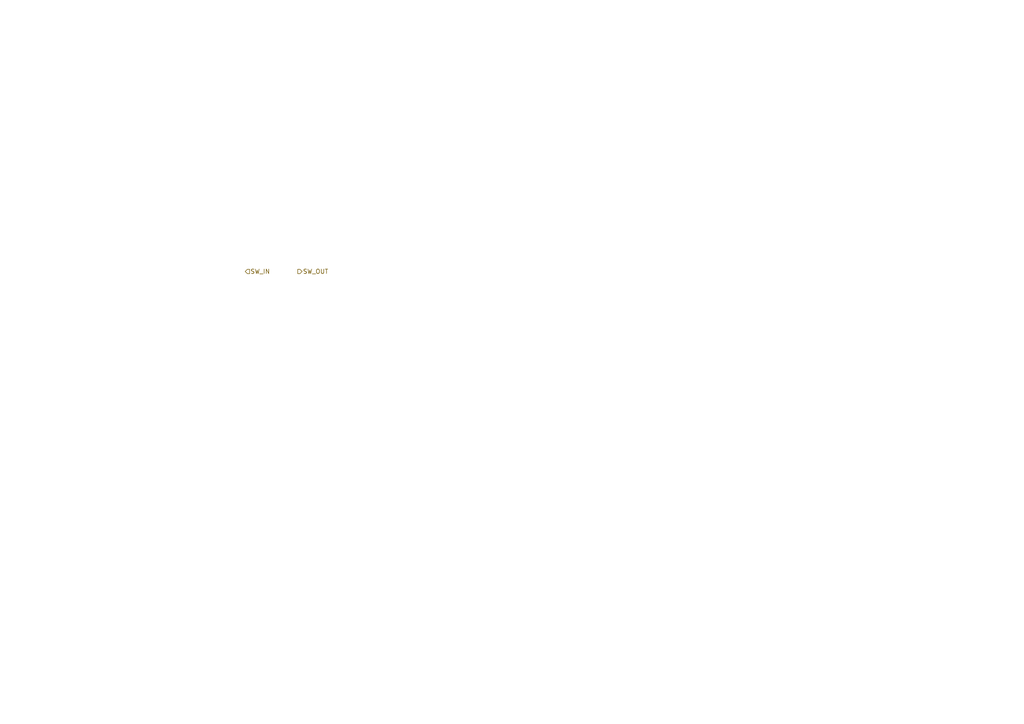
<source format=kicad_sch>
(kicad_sch
	(version 20231120)
	(generator "eeschema")
	(generator_version "8.0")
	(uuid "a2140a5a-d8f0-4d5b-8167-ee3f1b8f840e")
	(paper "A4")
	(lib_symbols)
	(hierarchical_label "SW_OUT"
		(shape output)
		(at 86.36 78.74 0)
		(effects
			(font
				(size 1.27 1.27)
			)
			(justify left)
		)
		(uuid "5b0ce49e-dc5a-421f-8dde-f86cca2c88ef")
	)
	(hierarchical_label "SW_IN"
		(shape input)
		(at 71.12 78.74 0)
		(effects
			(font
				(size 1.27 1.27)
			)
			(justify left)
		)
		(uuid "bc0b6b18-d7b8-4076-a743-3855005e2e37")
	)
)

</source>
